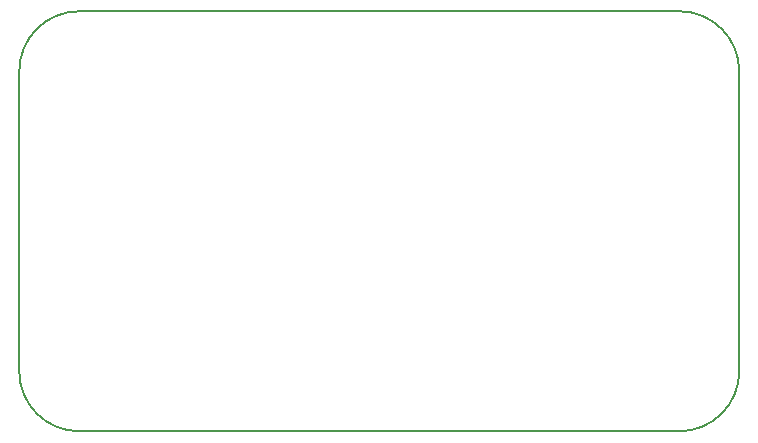
<source format=gm1>
G04 #@! TF.GenerationSoftware,KiCad,Pcbnew,(5.0.0)*
G04 #@! TF.CreationDate,2018-09-15T00:01:03-04:00*
G04 #@! TF.ProjectId,EFMPod,45464D506F642E6B696361645F706362,rev?*
G04 #@! TF.SameCoordinates,Original*
G04 #@! TF.FileFunction,Profile,NP*
%FSLAX46Y46*%
G04 Gerber Fmt 4.6, Leading zero omitted, Abs format (unit mm)*
G04 Created by KiCad (PCBNEW (5.0.0)) date 09/15/18 00:01:03*
%MOMM*%
%LPD*%
G01*
G04 APERTURE LIST*
%ADD10C,0.150000*%
%ADD11C,0.200000*%
G04 APERTURE END LIST*
D10*
X181610000Y-67310000D02*
G75*
G02X186690000Y-72390000I0J-5080000D01*
G01*
X125730000Y-72390000D02*
G75*
G02X130810000Y-67310000I5080000J0D01*
G01*
X130810000Y-102870000D02*
G75*
G02X125730000Y-97790000I0J5080000D01*
G01*
X186690000Y-97790000D02*
G75*
G02X181610000Y-102870000I-5080000J0D01*
G01*
D11*
X186690000Y-72390000D02*
X186690000Y-97790000D01*
X130810000Y-67310000D02*
X181610000Y-67310000D01*
X125730000Y-97790000D02*
X125730000Y-72390000D01*
X130810000Y-102870000D02*
X181610000Y-102870000D01*
M02*

</source>
